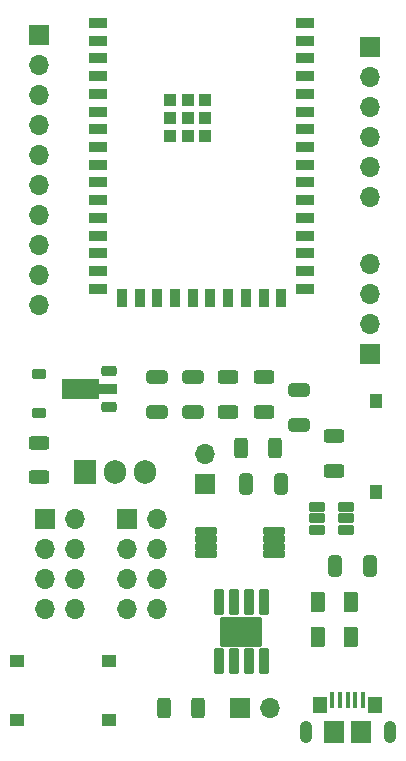
<source format=gts>
%TF.GenerationSoftware,KiCad,Pcbnew,8.0.1*%
%TF.CreationDate,2024-03-25T00:20:22-03:00*%
%TF.ProjectId,estacao_metereologica_lora,65737461-6361-46f5-9f6d-65746572656f,rev?*%
%TF.SameCoordinates,Original*%
%TF.FileFunction,Soldermask,Top*%
%TF.FilePolarity,Negative*%
%FSLAX46Y46*%
G04 Gerber Fmt 4.6, Leading zero omitted, Abs format (unit mm)*
G04 Created by KiCad (PCBNEW 8.0.1) date 2024-03-25 00:20:22*
%MOMM*%
%LPD*%
G01*
G04 APERTURE LIST*
G04 Aperture macros list*
%AMRoundRect*
0 Rectangle with rounded corners*
0 $1 Rounding radius*
0 $2 $3 $4 $5 $6 $7 $8 $9 X,Y pos of 4 corners*
0 Add a 4 corners polygon primitive as box body*
4,1,4,$2,$3,$4,$5,$6,$7,$8,$9,$2,$3,0*
0 Add four circle primitives for the rounded corners*
1,1,$1+$1,$2,$3*
1,1,$1+$1,$4,$5*
1,1,$1+$1,$6,$7*
1,1,$1+$1,$8,$9*
0 Add four rect primitives between the rounded corners*
20,1,$1+$1,$2,$3,$4,$5,0*
20,1,$1+$1,$4,$5,$6,$7,0*
20,1,$1+$1,$6,$7,$8,$9,0*
20,1,$1+$1,$8,$9,$2,$3,0*%
%AMFreePoly0*
4,1,9,3.862500,-0.866500,0.737500,-0.866500,0.737500,-0.450000,-0.737500,-0.450000,-0.737500,0.450000,0.737500,0.450000,0.737500,0.866500,3.862500,0.866500,3.862500,-0.866500,3.862500,-0.866500,$1*%
G04 Aperture macros list end*
%ADD10RoundRect,0.250000X0.650000X-0.325000X0.650000X0.325000X-0.650000X0.325000X-0.650000X-0.325000X0*%
%ADD11RoundRect,0.250000X0.625000X-0.312500X0.625000X0.312500X-0.625000X0.312500X-0.625000X-0.312500X0*%
%ADD12RoundRect,0.225000X-0.375000X0.225000X-0.375000X-0.225000X0.375000X-0.225000X0.375000X0.225000X0*%
%ADD13RoundRect,0.250000X0.375000X0.625000X-0.375000X0.625000X-0.375000X-0.625000X0.375000X-0.625000X0*%
%ADD14RoundRect,0.250000X0.312500X0.625000X-0.312500X0.625000X-0.312500X-0.625000X0.312500X-0.625000X0*%
%ADD15R,1.700000X1.700000*%
%ADD16O,1.700000X1.700000*%
%ADD17RoundRect,0.225000X0.425000X0.225000X-0.425000X0.225000X-0.425000X-0.225000X0.425000X-0.225000X0*%
%ADD18FreePoly0,180.000000*%
%ADD19R,0.400000X1.400000*%
%ADD20O,1.050000X1.900000*%
%ADD21R,1.150000X1.450000*%
%ADD22R,1.750000X1.900000*%
%ADD23RoundRect,0.250000X-0.650000X0.325000X-0.650000X-0.325000X0.650000X-0.325000X0.650000X0.325000X0*%
%ADD24RoundRect,0.250000X-0.325000X-0.650000X0.325000X-0.650000X0.325000X0.650000X-0.325000X0.650000X0*%
%ADD25R,1.905000X2.000000*%
%ADD26O,1.905000X2.000000*%
%ADD27R,1.250000X1.000000*%
%ADD28RoundRect,0.102000X0.605000X0.295000X-0.605000X0.295000X-0.605000X-0.295000X0.605000X-0.295000X0*%
%ADD29RoundRect,0.250000X0.325000X0.650000X-0.325000X0.650000X-0.325000X-0.650000X0.325000X-0.650000X0*%
%ADD30RoundRect,0.056280X0.345720X-1.030720X0.345720X1.030720X-0.345720X1.030720X-0.345720X-1.030720X0*%
%ADD31RoundRect,0.102000X1.651000X-1.206500X1.651000X1.206500X-1.651000X1.206500X-1.651000X-1.206500X0*%
%ADD32RoundRect,0.030200X-0.851800X-0.271800X0.851800X-0.271800X0.851800X0.271800X-0.851800X0.271800X0*%
%ADD33R,1.000000X1.250000*%
%ADD34R,1.500000X0.900000*%
%ADD35R,0.900000X1.500000*%
%ADD36R,1.100000X1.100000*%
G04 APERTURE END LIST*
D10*
%TO.C,C5*%
X116000000Y-90000000D03*
X116000000Y-87050000D03*
%TD*%
D11*
%TO.C,R5*%
X110000000Y-88925000D03*
X110000000Y-86000000D03*
%TD*%
D12*
%TO.C,D3*%
X94000000Y-85700000D03*
X94000000Y-89000000D03*
%TD*%
D13*
%TO.C,D2*%
X120400000Y-108000000D03*
X117600000Y-108000000D03*
%TD*%
D14*
%TO.C,R1*%
X104537500Y-114000000D03*
X107462500Y-114000000D03*
%TD*%
D15*
%TO.C,J1*%
X111000000Y-114000000D03*
D16*
X113540000Y-114000000D03*
%TD*%
D17*
%TO.C,U4*%
X99950000Y-88500000D03*
D18*
X99862500Y-87000000D03*
D17*
X99950000Y-85500000D03*
%TD*%
D19*
%TO.C,J2*%
X118825000Y-113350000D03*
X119475000Y-113350000D03*
X120125000Y-113350000D03*
X120775000Y-113350000D03*
X121425000Y-113350000D03*
D20*
X116550000Y-116000000D03*
D21*
X117805000Y-113770000D03*
D22*
X119000000Y-116000000D03*
X121250000Y-116000000D03*
D21*
X122445000Y-113770000D03*
D20*
X123700000Y-116000000D03*
%TD*%
D23*
%TO.C,C6*%
X104000000Y-86000000D03*
X104000000Y-88950000D03*
%TD*%
D24*
%TO.C,C2*%
X119050000Y-102000000D03*
X122000000Y-102000000D03*
%TD*%
D25*
%TO.C,Q2*%
X97920000Y-94000000D03*
D26*
X100460000Y-94000000D03*
X103000000Y-94000000D03*
%TD*%
D15*
%TO.C,J3*%
X108000000Y-95000000D03*
D16*
X108000000Y-92460000D03*
%TD*%
D27*
%TO.C,SW1*%
X92125000Y-110000000D03*
X99875000Y-110000000D03*
%TD*%
D28*
%TO.C,U3*%
X120000000Y-98900000D03*
X120000000Y-97950000D03*
X120000000Y-97000000D03*
X117490000Y-97000000D03*
X117490000Y-97950000D03*
X117490000Y-98900000D03*
%TD*%
D23*
%TO.C,C8*%
X107000000Y-86000000D03*
X107000000Y-88950000D03*
%TD*%
D15*
%TO.C,J5*%
X94000000Y-57000000D03*
D16*
X94000000Y-59540000D03*
X94000000Y-62080000D03*
X94000000Y-64620000D03*
X94000000Y-67160000D03*
X94000000Y-69700000D03*
X94000000Y-72240000D03*
X94000000Y-74780000D03*
X94000000Y-77320000D03*
X94000000Y-79860000D03*
%TD*%
D13*
%TO.C,D1*%
X120400000Y-105000000D03*
X117600000Y-105000000D03*
%TD*%
D29*
%TO.C,C4*%
X114475000Y-95000000D03*
X111525000Y-95000000D03*
%TD*%
D30*
%TO.C,U2*%
X109190000Y-110000000D03*
X110460000Y-110000000D03*
X111730000Y-110000000D03*
X113000000Y-110000000D03*
X113000000Y-105050000D03*
X111730000Y-105050000D03*
X110460000Y-105050000D03*
X109190000Y-105050000D03*
D31*
X111095000Y-107525000D03*
%TD*%
D32*
%TO.C,Q1*%
X108120000Y-99025000D03*
X108120000Y-99675000D03*
X108120000Y-100325000D03*
X108120000Y-100975000D03*
X113880000Y-100975000D03*
X113880000Y-100325000D03*
X113880000Y-99675000D03*
X113880000Y-99025000D03*
%TD*%
D15*
%TO.C,J6*%
X101460000Y-98000000D03*
D16*
X104000000Y-98000000D03*
X101460000Y-100540000D03*
X104000000Y-100540000D03*
X101460000Y-103080000D03*
X104000000Y-103080000D03*
X101460000Y-105620000D03*
X104000000Y-105620000D03*
%TD*%
D11*
%TO.C,R6*%
X113000000Y-88925000D03*
X113000000Y-86000000D03*
%TD*%
D15*
%TO.C,J10*%
X122000000Y-58000000D03*
D16*
X122000000Y-60540000D03*
X122000000Y-63080000D03*
X122000000Y-65620000D03*
X122000000Y-68160000D03*
X122000000Y-70700000D03*
%TD*%
D33*
%TO.C,SW3*%
X122500000Y-95750000D03*
X122500000Y-88000000D03*
%TD*%
D34*
%TO.C,U1*%
X99000000Y-56000000D03*
X99000000Y-57500000D03*
X99000000Y-59000000D03*
X99000000Y-60500000D03*
X99000000Y-62000000D03*
X99000000Y-63500000D03*
X99000000Y-65000000D03*
X99000000Y-66500000D03*
X99000000Y-68000000D03*
X99000000Y-69500000D03*
X99000000Y-71000000D03*
X99000000Y-72500000D03*
X99000000Y-74000000D03*
X99000000Y-75500000D03*
X99000000Y-77000000D03*
X99000000Y-78500000D03*
D35*
X101000000Y-79250000D03*
X102500000Y-79250000D03*
X104000000Y-79250000D03*
X105500000Y-79250000D03*
X107000000Y-79250000D03*
X108500000Y-79250000D03*
X110000000Y-79250000D03*
X111500000Y-79250000D03*
X113000000Y-79250000D03*
X114500000Y-79250000D03*
D34*
X116500000Y-78500000D03*
X116500000Y-77000000D03*
X116500000Y-75500000D03*
X116500000Y-74000000D03*
X116500000Y-72500000D03*
X116500000Y-71000000D03*
X116500000Y-69500000D03*
X116500000Y-68000000D03*
X116500000Y-66500000D03*
X116500000Y-65000000D03*
X116500000Y-63500000D03*
X116500000Y-62000000D03*
X116500000Y-60500000D03*
X116500000Y-59000000D03*
X116500000Y-57500000D03*
X116500000Y-56000000D03*
D36*
X105060000Y-62550000D03*
X105060000Y-64050000D03*
X105060000Y-65550000D03*
X106560000Y-62550000D03*
X106560000Y-64050000D03*
X106560000Y-65550000D03*
X108060000Y-62550000D03*
X108060000Y-64050000D03*
X108060000Y-65550000D03*
%TD*%
D11*
%TO.C,R8*%
X94000000Y-94462500D03*
X94000000Y-91537500D03*
%TD*%
D15*
%TO.C,J4*%
X94460000Y-98000000D03*
D16*
X97000000Y-98000000D03*
X94460000Y-100540000D03*
X97000000Y-100540000D03*
X94460000Y-103080000D03*
X97000000Y-103080000D03*
X94460000Y-105620000D03*
X97000000Y-105620000D03*
%TD*%
D14*
%TO.C,R7*%
X114000000Y-92000000D03*
X111075000Y-92000000D03*
%TD*%
D11*
%TO.C,R4*%
X119000000Y-93925000D03*
X119000000Y-91000000D03*
%TD*%
D27*
%TO.C,SW2*%
X92125000Y-115000000D03*
X99875000Y-115000000D03*
%TD*%
D15*
%TO.C,J9*%
X122000000Y-84000000D03*
D16*
X122000000Y-81460000D03*
X122000000Y-78920000D03*
X122000000Y-76380000D03*
%TD*%
M02*

</source>
